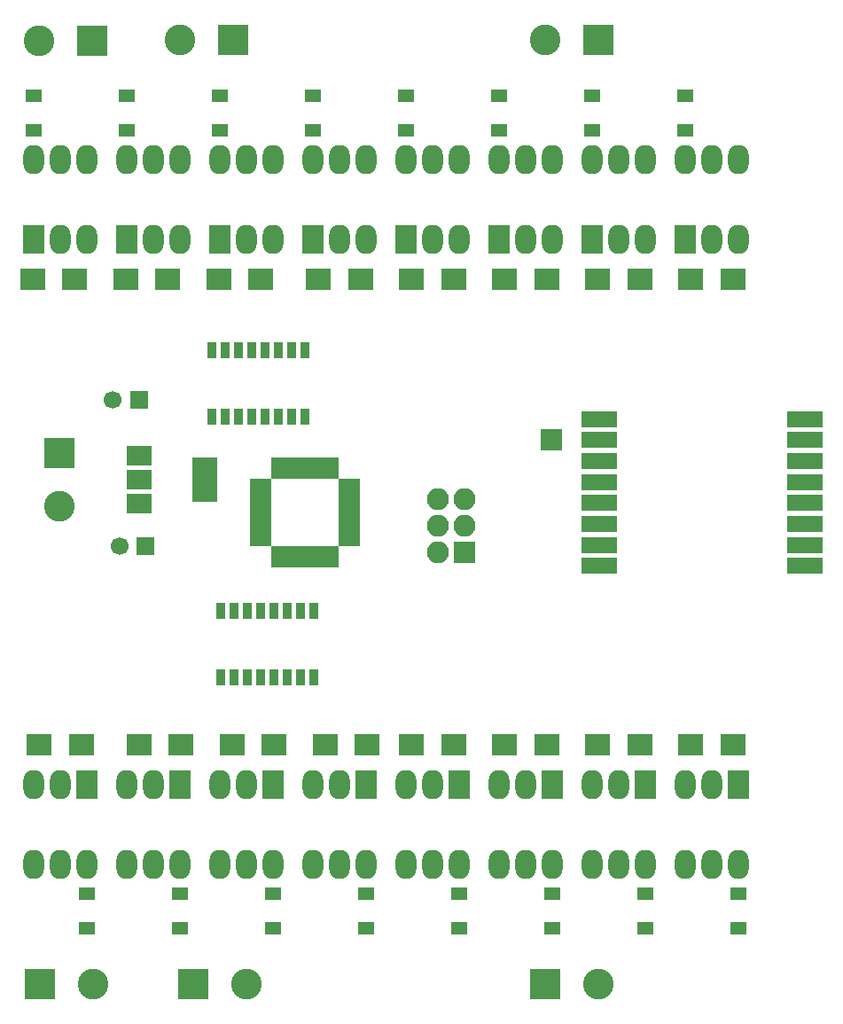
<source format=gts>
G04 #@! TF.FileFunction,Soldermask,Top*
%FSLAX46Y46*%
G04 Gerber Fmt 4.6, Leading zero omitted, Abs format (unit mm)*
G04 Created by KiCad (PCBNEW 4.0.5-e0-6337~49~ubuntu16.04.1) date Tue Jan 17 08:40:45 2017*
%MOMM*%
%LPD*%
G01*
G04 APERTURE LIST*
%ADD10C,0.100000*%
%ADD11R,2.000000X0.950000*%
%ADD12R,0.950000X2.000000*%
%ADD13R,2.940000X2.940000*%
%ADD14C,2.940000*%
%ADD15R,2.100000X2.100000*%
%ADD16O,2.100000X2.100000*%
%ADD17R,2.400000X4.200000*%
%ADD18R,2.400000X1.900000*%
%ADD19R,3.400000X1.600000*%
%ADD20R,0.908000X1.543000*%
%ADD21R,1.700000X1.700000*%
%ADD22C,1.700000*%
%ADD23R,1.600000X1.300000*%
%ADD24R,2.400000X2.100000*%
%ADD25R,2.000000X2.800000*%
%ADD26O,2.000000X2.800000*%
G04 APERTURE END LIST*
D10*
D11*
X153120000Y-93135000D03*
X153120000Y-93935000D03*
X153120000Y-94735000D03*
X153120000Y-95535000D03*
X153120000Y-96335000D03*
X153120000Y-97135000D03*
X153120000Y-97935000D03*
X153120000Y-98735000D03*
D12*
X154570000Y-100185000D03*
X155370000Y-100185000D03*
X156170000Y-100185000D03*
X156970000Y-100185000D03*
X157770000Y-100185000D03*
X158570000Y-100185000D03*
X159370000Y-100185000D03*
X160170000Y-100185000D03*
D11*
X161620000Y-98735000D03*
X161620000Y-97935000D03*
X161620000Y-97135000D03*
X161620000Y-96335000D03*
X161620000Y-95535000D03*
X161620000Y-94735000D03*
X161620000Y-93935000D03*
X161620000Y-93135000D03*
D12*
X160170000Y-91685000D03*
X159370000Y-91685000D03*
X158570000Y-91685000D03*
X157770000Y-91685000D03*
X156970000Y-91685000D03*
X156170000Y-91685000D03*
X155370000Y-91685000D03*
X154570000Y-91685000D03*
D13*
X133875000Y-90220000D03*
D14*
X133875000Y-95300000D03*
D15*
X180865000Y-88950000D03*
X172610000Y-99745000D03*
D16*
X170070000Y-99745000D03*
X172610000Y-97205000D03*
X170070000Y-97205000D03*
X172610000Y-94665000D03*
X170070000Y-94665000D03*
D17*
X147820000Y-92760000D03*
D18*
X141520000Y-92760000D03*
X141520000Y-95060000D03*
X141520000Y-90460000D03*
D19*
X205125000Y-101015000D03*
X205125000Y-99015000D03*
X205125000Y-97015000D03*
X205125000Y-95015000D03*
X205125000Y-93015000D03*
X205125000Y-91015000D03*
X205125000Y-89015000D03*
X205125000Y-87015000D03*
X185425000Y-87015000D03*
X185425000Y-89015000D03*
X185425000Y-91015000D03*
X185425000Y-93015000D03*
X185425000Y-95015000D03*
X185425000Y-97015000D03*
X185425000Y-99015000D03*
X185425000Y-101015000D03*
D20*
X157370000Y-86791000D03*
X154830000Y-86791000D03*
X153560000Y-86791000D03*
X152290000Y-86791000D03*
X151020000Y-86791000D03*
X149750000Y-86791000D03*
X148480000Y-86791000D03*
X148480000Y-80441000D03*
X149750000Y-80441000D03*
X151020000Y-80441000D03*
X152290000Y-80441000D03*
X153560000Y-80441000D03*
X154830000Y-80441000D03*
X156100000Y-80441000D03*
X157370000Y-80441000D03*
X156100000Y-86791000D03*
D21*
X142130000Y-99110000D03*
D22*
X139630000Y-99110000D03*
D21*
X141495000Y-85140000D03*
D22*
X138995000Y-85140000D03*
D23*
X131445000Y-59435000D03*
X131445000Y-56135000D03*
X140335000Y-56135000D03*
X140335000Y-59435000D03*
X149225000Y-59435000D03*
X149225000Y-56135000D03*
X158115000Y-56135000D03*
X158115000Y-59435000D03*
X167005000Y-59435000D03*
X167005000Y-56135000D03*
X175895000Y-56135000D03*
X175895000Y-59435000D03*
X184785000Y-59435000D03*
X184785000Y-56135000D03*
X193675000Y-56135000D03*
X193675000Y-59435000D03*
X198755000Y-132335000D03*
X198755000Y-135635000D03*
X189865000Y-135635000D03*
X189865000Y-132335000D03*
X180975000Y-132335000D03*
X180975000Y-135635000D03*
X172085000Y-135635000D03*
X172085000Y-132335000D03*
X163195000Y-132335000D03*
X163195000Y-135635000D03*
X154305000Y-135635000D03*
X154305000Y-132335000D03*
X145415000Y-132335000D03*
X145415000Y-135635000D03*
X136500000Y-135650000D03*
X136500000Y-132350000D03*
D13*
X137050000Y-50850000D03*
D14*
X131970000Y-50850000D03*
D13*
X150495000Y-50800000D03*
D14*
X145415000Y-50800000D03*
D13*
X185420000Y-50800000D03*
D14*
X180340000Y-50800000D03*
D13*
X180340000Y-140970000D03*
D14*
X185420000Y-140970000D03*
D13*
X146685000Y-140970000D03*
D14*
X151765000Y-140970000D03*
D24*
X131350000Y-73660000D03*
X135350000Y-73660000D03*
X140240000Y-73660000D03*
X144240000Y-73660000D03*
X149130000Y-73660000D03*
X153130000Y-73660000D03*
X158655000Y-73660000D03*
X162655000Y-73660000D03*
X167545000Y-73660000D03*
X171545000Y-73660000D03*
X176435000Y-73660000D03*
X180435000Y-73660000D03*
X185325000Y-73660000D03*
X189325000Y-73660000D03*
X194215000Y-73660000D03*
X198215000Y-73660000D03*
X198215000Y-118110000D03*
X194215000Y-118110000D03*
X189325000Y-118110000D03*
X185325000Y-118110000D03*
X180435000Y-118110000D03*
X176435000Y-118110000D03*
X171545000Y-118110000D03*
X167545000Y-118110000D03*
X163290000Y-118110000D03*
X159290000Y-118110000D03*
X154400000Y-118110000D03*
X150400000Y-118110000D03*
X145510000Y-118110000D03*
X141510000Y-118110000D03*
X135985000Y-118110000D03*
X131985000Y-118110000D03*
D20*
X149285000Y-105285000D03*
X151825000Y-105285000D03*
X153095000Y-105285000D03*
X154365000Y-105285000D03*
X155635000Y-105285000D03*
X156905000Y-105285000D03*
X158175000Y-105285000D03*
X158175000Y-111635000D03*
X156905000Y-111635000D03*
X155635000Y-111635000D03*
X154365000Y-111635000D03*
X153095000Y-111635000D03*
X151825000Y-111635000D03*
X150555000Y-111635000D03*
X149285000Y-111635000D03*
X150555000Y-105285000D03*
D25*
X131445000Y-69850000D03*
D26*
X136525000Y-62230000D03*
X133985000Y-69850000D03*
X133985000Y-62230000D03*
X136525000Y-69850000D03*
X131445000Y-62230000D03*
D25*
X140335000Y-69850000D03*
D26*
X145415000Y-62230000D03*
X142875000Y-69850000D03*
X142875000Y-62230000D03*
X145415000Y-69850000D03*
X140335000Y-62230000D03*
D25*
X149225000Y-69850000D03*
D26*
X154305000Y-62230000D03*
X151765000Y-69850000D03*
X151765000Y-62230000D03*
X154305000Y-69850000D03*
X149225000Y-62230000D03*
D25*
X158115000Y-69850000D03*
D26*
X163195000Y-62230000D03*
X160655000Y-69850000D03*
X160655000Y-62230000D03*
X163195000Y-69850000D03*
X158115000Y-62230000D03*
D25*
X167005000Y-69850000D03*
D26*
X172085000Y-62230000D03*
X169545000Y-69850000D03*
X169545000Y-62230000D03*
X172085000Y-69850000D03*
X167005000Y-62230000D03*
D25*
X175895000Y-69850000D03*
D26*
X180975000Y-62230000D03*
X178435000Y-69850000D03*
X178435000Y-62230000D03*
X180975000Y-69850000D03*
X175895000Y-62230000D03*
D25*
X184785000Y-69850000D03*
D26*
X189865000Y-62230000D03*
X187325000Y-69850000D03*
X187325000Y-62230000D03*
X189865000Y-69850000D03*
X184785000Y-62230000D03*
D25*
X193675000Y-69850000D03*
D26*
X198755000Y-62230000D03*
X196215000Y-69850000D03*
X196215000Y-62230000D03*
X198755000Y-69850000D03*
X193675000Y-62230000D03*
D25*
X198755000Y-121920000D03*
D26*
X193675000Y-129540000D03*
X196215000Y-121920000D03*
X196215000Y-129540000D03*
X193675000Y-121920000D03*
X198755000Y-129540000D03*
D25*
X189865000Y-121920000D03*
D26*
X184785000Y-129540000D03*
X187325000Y-121920000D03*
X187325000Y-129540000D03*
X184785000Y-121920000D03*
X189865000Y-129540000D03*
D25*
X180975000Y-121920000D03*
D26*
X175895000Y-129540000D03*
X178435000Y-121920000D03*
X178435000Y-129540000D03*
X175895000Y-121920000D03*
X180975000Y-129540000D03*
D25*
X172085000Y-121920000D03*
D26*
X167005000Y-129540000D03*
X169545000Y-121920000D03*
X169545000Y-129540000D03*
X167005000Y-121920000D03*
X172085000Y-129540000D03*
D25*
X163195000Y-121920000D03*
D26*
X158115000Y-129540000D03*
X160655000Y-121920000D03*
X160655000Y-129540000D03*
X158115000Y-121920000D03*
X163195000Y-129540000D03*
D25*
X154305000Y-121920000D03*
D26*
X149225000Y-129540000D03*
X151765000Y-121920000D03*
X151765000Y-129540000D03*
X149225000Y-121920000D03*
X154305000Y-129540000D03*
D25*
X145415000Y-121920000D03*
D26*
X140335000Y-129540000D03*
X142875000Y-121920000D03*
X142875000Y-129540000D03*
X140335000Y-121920000D03*
X145415000Y-129540000D03*
D25*
X136525000Y-121920000D03*
D26*
X131445000Y-129540000D03*
X133985000Y-121920000D03*
X133985000Y-129540000D03*
X131445000Y-121920000D03*
X136525000Y-129540000D03*
D13*
X132080000Y-140970000D03*
D14*
X137160000Y-140970000D03*
M02*

</source>
